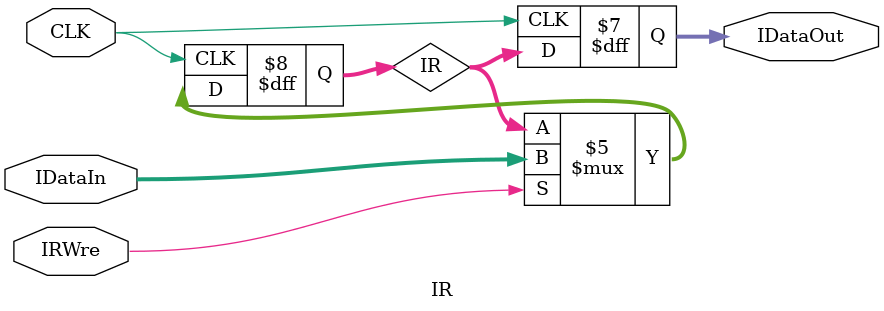
<source format=v>
`timescale 1ns / 1ps


module IR(CLK,IRWre,IDataIn,IDataOut);    
    input CLK,IRWre;
    input [31:0] IDataIn;
    output reg [31:0] IDataOut;
    
    reg [31:0] IR;
    initial 
    begin
       IR = 0;
    end
    always@(negedge CLK)
    begin
        if(IRWre == 1) // Ð´Ê¹ÄÜ
            IR <= IDataIn;
    end
    
    always@(posedge CLK) // ¶ÁÈ¡µ±Ç°Ö¸Áî
    begin
        IDataOut <= IR;
    end
endmodule


</source>
